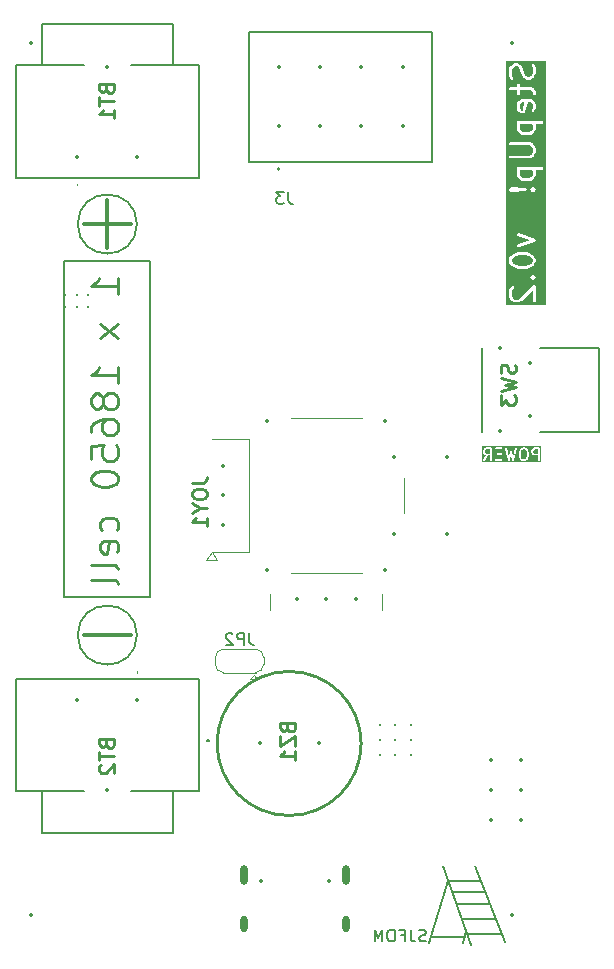
<source format=gbr>
%TF.GenerationSoftware,KiCad,Pcbnew,8.0.6*%
%TF.CreationDate,2024-10-28T23:36:15+00:00*%
%TF.ProjectId,StepUp,53746570-5570-42e6-9b69-6361645f7063,v0.1*%
%TF.SameCoordinates,Original*%
%TF.FileFunction,Legend,Bot*%
%TF.FilePolarity,Positive*%
%FSLAX46Y46*%
G04 Gerber Fmt 4.6, Leading zero omitted, Abs format (unit mm)*
G04 Created by KiCad (PCBNEW 8.0.6) date 2024-10-28 23:36:15*
%MOMM*%
%LPD*%
G01*
G04 APERTURE LIST*
%ADD10C,0.300000*%
%ADD11C,0.150000*%
%ADD12C,0.230000*%
%ADD13C,0.250000*%
%ADD14C,0.254000*%
%ADD15C,0.200000*%
%ADD16C,0.100000*%
%ADD17C,0.127000*%
%ADD18C,0.120000*%
%ADD19C,0.350000*%
%ADD20O,0.600000X1.700000*%
%ADD21O,0.600000X1.400000*%
%ADD22C,0.300000*%
G04 APERTURE END LIST*
D10*
X66158000Y-70420000D02*
X66158000Y-66420000D01*
D11*
X68658000Y-68420000D02*
G75*
G02*
X63658000Y-68420000I-2500000J0D01*
G01*
X63658000Y-68420000D02*
G75*
G02*
X68658000Y-68420000I2500000J0D01*
G01*
X96408000Y-128790000D02*
X93558000Y-128790000D01*
X95008000Y-124040000D02*
X97808000Y-124040000D01*
X99858000Y-129240000D02*
X97308000Y-122740000D01*
X68658000Y-103220000D02*
G75*
G02*
X63658000Y-103220000I-2500000J0D01*
G01*
X63658000Y-103220000D02*
G75*
G02*
X68658000Y-103220000I2500000J0D01*
G01*
X96558000Y-128265000D02*
X96258000Y-129315000D01*
X62533000Y-71520000D02*
X69783000Y-71520000D01*
X69783000Y-99970000D01*
X62533000Y-99970000D01*
X62533000Y-71520000D01*
X96158000Y-127240000D02*
X99058000Y-127240000D01*
D10*
X64158000Y-103220000D02*
X68158000Y-103220000D01*
X64158000Y-68420000D02*
X68158000Y-68420000D01*
D11*
X95758000Y-125990000D02*
X98558000Y-125990000D01*
X95008000Y-124040000D02*
X93408000Y-129290000D01*
X95408000Y-124990000D02*
X98208000Y-124990000D01*
X96933000Y-129465000D02*
X94558000Y-122740000D01*
X96658000Y-128490000D02*
X99558000Y-128490000D01*
D12*
X67105413Y-74323695D02*
X67105413Y-73009410D01*
X67105413Y-73666553D02*
X64805413Y-73666553D01*
X64805413Y-73666553D02*
X65133985Y-73447505D01*
X65133985Y-73447505D02*
X65353032Y-73228457D01*
X65353032Y-73228457D02*
X65462556Y-73009410D01*
X67105413Y-76842743D02*
X65572080Y-78047505D01*
X65572080Y-76842743D02*
X67105413Y-78047505D01*
X67105413Y-81880838D02*
X67105413Y-80566553D01*
X67105413Y-81223696D02*
X64805413Y-81223696D01*
X64805413Y-81223696D02*
X65133985Y-81004648D01*
X65133985Y-81004648D02*
X65353032Y-80785600D01*
X65353032Y-80785600D02*
X65462556Y-80566553D01*
X65791128Y-83195124D02*
X65681604Y-82976076D01*
X65681604Y-82976076D02*
X65572080Y-82866553D01*
X65572080Y-82866553D02*
X65353032Y-82757029D01*
X65353032Y-82757029D02*
X65243509Y-82757029D01*
X65243509Y-82757029D02*
X65024461Y-82866553D01*
X65024461Y-82866553D02*
X64914937Y-82976076D01*
X64914937Y-82976076D02*
X64805413Y-83195124D01*
X64805413Y-83195124D02*
X64805413Y-83633219D01*
X64805413Y-83633219D02*
X64914937Y-83852267D01*
X64914937Y-83852267D02*
X65024461Y-83961791D01*
X65024461Y-83961791D02*
X65243509Y-84071314D01*
X65243509Y-84071314D02*
X65353032Y-84071314D01*
X65353032Y-84071314D02*
X65572080Y-83961791D01*
X65572080Y-83961791D02*
X65681604Y-83852267D01*
X65681604Y-83852267D02*
X65791128Y-83633219D01*
X65791128Y-83633219D02*
X65791128Y-83195124D01*
X65791128Y-83195124D02*
X65900651Y-82976076D01*
X65900651Y-82976076D02*
X66010175Y-82866553D01*
X66010175Y-82866553D02*
X66229223Y-82757029D01*
X66229223Y-82757029D02*
X66667318Y-82757029D01*
X66667318Y-82757029D02*
X66886366Y-82866553D01*
X66886366Y-82866553D02*
X66995890Y-82976076D01*
X66995890Y-82976076D02*
X67105413Y-83195124D01*
X67105413Y-83195124D02*
X67105413Y-83633219D01*
X67105413Y-83633219D02*
X66995890Y-83852267D01*
X66995890Y-83852267D02*
X66886366Y-83961791D01*
X66886366Y-83961791D02*
X66667318Y-84071314D01*
X66667318Y-84071314D02*
X66229223Y-84071314D01*
X66229223Y-84071314D02*
X66010175Y-83961791D01*
X66010175Y-83961791D02*
X65900651Y-83852267D01*
X65900651Y-83852267D02*
X65791128Y-83633219D01*
X64805413Y-86042743D02*
X64805413Y-85604648D01*
X64805413Y-85604648D02*
X64914937Y-85385600D01*
X64914937Y-85385600D02*
X65024461Y-85276076D01*
X65024461Y-85276076D02*
X65353032Y-85057029D01*
X65353032Y-85057029D02*
X65791128Y-84947505D01*
X65791128Y-84947505D02*
X66667318Y-84947505D01*
X66667318Y-84947505D02*
X66886366Y-85057029D01*
X66886366Y-85057029D02*
X66995890Y-85166552D01*
X66995890Y-85166552D02*
X67105413Y-85385600D01*
X67105413Y-85385600D02*
X67105413Y-85823695D01*
X67105413Y-85823695D02*
X66995890Y-86042743D01*
X66995890Y-86042743D02*
X66886366Y-86152267D01*
X66886366Y-86152267D02*
X66667318Y-86261790D01*
X66667318Y-86261790D02*
X66119699Y-86261790D01*
X66119699Y-86261790D02*
X65900651Y-86152267D01*
X65900651Y-86152267D02*
X65791128Y-86042743D01*
X65791128Y-86042743D02*
X65681604Y-85823695D01*
X65681604Y-85823695D02*
X65681604Y-85385600D01*
X65681604Y-85385600D02*
X65791128Y-85166552D01*
X65791128Y-85166552D02*
X65900651Y-85057029D01*
X65900651Y-85057029D02*
X66119699Y-84947505D01*
X64805413Y-88342743D02*
X64805413Y-87247505D01*
X64805413Y-87247505D02*
X65900651Y-87137981D01*
X65900651Y-87137981D02*
X65791128Y-87247505D01*
X65791128Y-87247505D02*
X65681604Y-87466552D01*
X65681604Y-87466552D02*
X65681604Y-88014171D01*
X65681604Y-88014171D02*
X65791128Y-88233219D01*
X65791128Y-88233219D02*
X65900651Y-88342743D01*
X65900651Y-88342743D02*
X66119699Y-88452266D01*
X66119699Y-88452266D02*
X66667318Y-88452266D01*
X66667318Y-88452266D02*
X66886366Y-88342743D01*
X66886366Y-88342743D02*
X66995890Y-88233219D01*
X66995890Y-88233219D02*
X67105413Y-88014171D01*
X67105413Y-88014171D02*
X67105413Y-87466552D01*
X67105413Y-87466552D02*
X66995890Y-87247505D01*
X66995890Y-87247505D02*
X66886366Y-87137981D01*
X64805413Y-89876076D02*
X64805413Y-90095123D01*
X64805413Y-90095123D02*
X64914937Y-90314171D01*
X64914937Y-90314171D02*
X65024461Y-90423695D01*
X65024461Y-90423695D02*
X65243509Y-90533219D01*
X65243509Y-90533219D02*
X65681604Y-90642742D01*
X65681604Y-90642742D02*
X66229223Y-90642742D01*
X66229223Y-90642742D02*
X66667318Y-90533219D01*
X66667318Y-90533219D02*
X66886366Y-90423695D01*
X66886366Y-90423695D02*
X66995890Y-90314171D01*
X66995890Y-90314171D02*
X67105413Y-90095123D01*
X67105413Y-90095123D02*
X67105413Y-89876076D01*
X67105413Y-89876076D02*
X66995890Y-89657028D01*
X66995890Y-89657028D02*
X66886366Y-89547504D01*
X66886366Y-89547504D02*
X66667318Y-89437981D01*
X66667318Y-89437981D02*
X66229223Y-89328457D01*
X66229223Y-89328457D02*
X65681604Y-89328457D01*
X65681604Y-89328457D02*
X65243509Y-89437981D01*
X65243509Y-89437981D02*
X65024461Y-89547504D01*
X65024461Y-89547504D02*
X64914937Y-89657028D01*
X64914937Y-89657028D02*
X64805413Y-89876076D01*
X66995890Y-94366552D02*
X67105413Y-94147504D01*
X67105413Y-94147504D02*
X67105413Y-93709409D01*
X67105413Y-93709409D02*
X66995890Y-93490361D01*
X66995890Y-93490361D02*
X66886366Y-93380838D01*
X66886366Y-93380838D02*
X66667318Y-93271314D01*
X66667318Y-93271314D02*
X66010175Y-93271314D01*
X66010175Y-93271314D02*
X65791128Y-93380838D01*
X65791128Y-93380838D02*
X65681604Y-93490361D01*
X65681604Y-93490361D02*
X65572080Y-93709409D01*
X65572080Y-93709409D02*
X65572080Y-94147504D01*
X65572080Y-94147504D02*
X65681604Y-94366552D01*
X66995890Y-96228457D02*
X67105413Y-96009409D01*
X67105413Y-96009409D02*
X67105413Y-95571314D01*
X67105413Y-95571314D02*
X66995890Y-95352267D01*
X66995890Y-95352267D02*
X66776842Y-95242743D01*
X66776842Y-95242743D02*
X65900651Y-95242743D01*
X65900651Y-95242743D02*
X65681604Y-95352267D01*
X65681604Y-95352267D02*
X65572080Y-95571314D01*
X65572080Y-95571314D02*
X65572080Y-96009409D01*
X65572080Y-96009409D02*
X65681604Y-96228457D01*
X65681604Y-96228457D02*
X65900651Y-96337981D01*
X65900651Y-96337981D02*
X66119699Y-96337981D01*
X66119699Y-96337981D02*
X66338747Y-95242743D01*
X67105413Y-97652267D02*
X66995890Y-97433219D01*
X66995890Y-97433219D02*
X66776842Y-97323696D01*
X66776842Y-97323696D02*
X64805413Y-97323696D01*
X67105413Y-98857029D02*
X66995890Y-98637981D01*
X66995890Y-98637981D02*
X66776842Y-98528458D01*
X66776842Y-98528458D02*
X64805413Y-98528458D01*
D11*
G36*
X101577858Y-87519077D02*
G01*
X101649800Y-87591019D01*
X101690142Y-87752386D01*
X101690142Y-88067251D01*
X101649800Y-88228617D01*
X101577857Y-88300561D01*
X101509342Y-88334819D01*
X101354276Y-88334819D01*
X101285760Y-88300561D01*
X101213817Y-88228617D01*
X101173476Y-88067251D01*
X101173476Y-87752386D01*
X101213817Y-87591019D01*
X101285760Y-87519077D01*
X101354276Y-87484819D01*
X101509342Y-87484819D01*
X101577858Y-87519077D01*
G37*
G36*
X98547285Y-87858628D02*
G01*
X98259038Y-87858628D01*
X98190522Y-87824370D01*
X98160115Y-87793963D01*
X98125857Y-87725447D01*
X98125857Y-87618000D01*
X98160115Y-87549484D01*
X98190522Y-87519077D01*
X98259038Y-87484819D01*
X98547285Y-87484819D01*
X98547285Y-87858628D01*
G37*
G36*
X102642523Y-87858628D02*
G01*
X102354276Y-87858628D01*
X102285760Y-87824370D01*
X102255353Y-87793963D01*
X102221095Y-87725447D01*
X102221095Y-87618000D01*
X102255353Y-87549484D01*
X102285760Y-87519077D01*
X102354276Y-87484819D01*
X102642523Y-87484819D01*
X102642523Y-87858628D01*
G37*
G36*
X102903634Y-88595930D02*
G01*
X97864746Y-88595930D01*
X97864746Y-87600295D01*
X97975857Y-87600295D01*
X97975857Y-87743152D01*
X97977298Y-87757784D01*
X97978329Y-87760273D01*
X97978520Y-87762961D01*
X97983775Y-87776693D01*
X98031394Y-87871931D01*
X98035358Y-87878230D01*
X98036116Y-87880058D01*
X98037804Y-87882114D01*
X98039226Y-87884374D01*
X98040724Y-87885673D01*
X98045443Y-87891423D01*
X98093062Y-87939042D01*
X98098811Y-87943760D01*
X98100111Y-87945259D01*
X98102370Y-87946680D01*
X98104427Y-87948369D01*
X98106254Y-87949126D01*
X98112554Y-87953091D01*
X98207792Y-88000710D01*
X98221523Y-88005965D01*
X98224212Y-88006156D01*
X98226701Y-88007187D01*
X98240218Y-88008518D01*
X97989415Y-88366809D01*
X97982204Y-88379623D01*
X97975875Y-88408194D01*
X97980960Y-88437011D01*
X97996687Y-88461690D01*
X98020661Y-88478472D01*
X98049232Y-88484801D01*
X98078049Y-88479716D01*
X98102728Y-88463989D01*
X98112299Y-88452829D01*
X98423239Y-88008628D01*
X98547285Y-88008628D01*
X98547285Y-88409819D01*
X98548726Y-88424451D01*
X98559925Y-88451487D01*
X98580617Y-88472179D01*
X98607653Y-88483378D01*
X98636917Y-88483378D01*
X98663953Y-88472179D01*
X98684645Y-88451487D01*
X98695844Y-88424451D01*
X98697285Y-88409819D01*
X98697285Y-87409819D01*
X98695844Y-87395187D01*
X98977298Y-87395187D01*
X98977298Y-87424451D01*
X98988497Y-87451487D01*
X99009189Y-87472179D01*
X99036225Y-87483378D01*
X99050857Y-87484819D01*
X99452047Y-87484819D01*
X99452047Y-87811009D01*
X99193714Y-87811009D01*
X99179082Y-87812450D01*
X99152046Y-87823649D01*
X99131354Y-87844341D01*
X99120155Y-87871377D01*
X99120155Y-87900641D01*
X99131354Y-87927677D01*
X99152046Y-87948369D01*
X99179082Y-87959568D01*
X99193714Y-87961009D01*
X99452047Y-87961009D01*
X99452047Y-88334819D01*
X99050857Y-88334819D01*
X99036225Y-88336260D01*
X99009189Y-88347459D01*
X98988497Y-88368151D01*
X98977298Y-88395187D01*
X98977298Y-88424451D01*
X98988497Y-88451487D01*
X99009189Y-88472179D01*
X99036225Y-88483378D01*
X99050857Y-88484819D01*
X99527047Y-88484819D01*
X99541679Y-88483378D01*
X99568715Y-88472179D01*
X99589407Y-88451487D01*
X99600606Y-88424451D01*
X99602047Y-88409819D01*
X99602047Y-87412623D01*
X99833052Y-87412623D01*
X99835040Y-87427191D01*
X100073135Y-88427191D01*
X100074864Y-88432210D01*
X100075104Y-88434012D01*
X100076046Y-88435640D01*
X100077925Y-88441091D01*
X100084311Y-88449915D01*
X100089766Y-88459337D01*
X100092823Y-88461677D01*
X100095082Y-88464798D01*
X100104357Y-88470505D01*
X100113004Y-88477124D01*
X100116724Y-88478116D01*
X100120004Y-88480134D01*
X100130758Y-88481858D01*
X100141280Y-88484664D01*
X100145095Y-88484157D01*
X100148899Y-88484767D01*
X100159497Y-88482243D01*
X100170288Y-88480810D01*
X100173619Y-88478881D01*
X100177367Y-88477989D01*
X100186191Y-88471602D01*
X100195613Y-88466148D01*
X100197953Y-88463090D01*
X100201074Y-88460832D01*
X100206781Y-88451556D01*
X100213400Y-88442910D01*
X100215425Y-88437510D01*
X100216410Y-88435910D01*
X100216697Y-88434118D01*
X100218563Y-88429144D01*
X100336570Y-87986613D01*
X100454579Y-88429144D01*
X100456444Y-88434119D01*
X100456732Y-88435910D01*
X100457716Y-88437509D01*
X100459742Y-88442911D01*
X100466362Y-88451559D01*
X100472068Y-88460832D01*
X100475188Y-88463090D01*
X100477529Y-88466148D01*
X100486950Y-88471602D01*
X100495775Y-88477989D01*
X100499522Y-88478881D01*
X100502854Y-88480810D01*
X100513647Y-88482244D01*
X100524243Y-88484767D01*
X100528044Y-88484157D01*
X100531863Y-88484665D01*
X100542394Y-88481856D01*
X100553138Y-88480134D01*
X100556414Y-88478118D01*
X100560138Y-88477125D01*
X100568788Y-88470503D01*
X100578060Y-88464798D01*
X100580318Y-88461677D01*
X100583376Y-88459337D01*
X100588831Y-88449914D01*
X100595217Y-88441091D01*
X100597094Y-88435642D01*
X100598038Y-88434013D01*
X100598277Y-88432209D01*
X100600007Y-88427191D01*
X100762873Y-87743152D01*
X101023476Y-87743152D01*
X101023476Y-88076485D01*
X101023727Y-88079038D01*
X101023565Y-88080131D01*
X101024374Y-88085604D01*
X101024917Y-88091117D01*
X101025339Y-88092138D01*
X101025715Y-88094675D01*
X101073334Y-88285151D01*
X101078281Y-88298997D01*
X101081600Y-88303476D01*
X101083734Y-88308628D01*
X101093062Y-88319994D01*
X101188300Y-88415233D01*
X101194050Y-88419953D01*
X101195349Y-88421450D01*
X101197603Y-88422869D01*
X101199665Y-88424561D01*
X101201497Y-88425319D01*
X101207792Y-88429282D01*
X101303030Y-88476901D01*
X101316761Y-88482156D01*
X101319450Y-88482347D01*
X101321939Y-88483378D01*
X101336571Y-88484819D01*
X101527047Y-88484819D01*
X101541679Y-88483378D01*
X101544168Y-88482346D01*
X101546856Y-88482156D01*
X101560588Y-88476901D01*
X101655826Y-88429282D01*
X101662125Y-88425317D01*
X101663953Y-88424560D01*
X101666009Y-88422871D01*
X101668269Y-88421450D01*
X101669568Y-88419951D01*
X101675318Y-88415233D01*
X101770557Y-88319993D01*
X101779884Y-88308628D01*
X101782017Y-88303476D01*
X101785337Y-88298997D01*
X101790284Y-88285151D01*
X101837903Y-88094675D01*
X101838278Y-88092138D01*
X101838701Y-88091117D01*
X101839243Y-88085604D01*
X101840053Y-88080131D01*
X101839890Y-88079038D01*
X101840142Y-88076485D01*
X101840142Y-87743152D01*
X101839890Y-87740598D01*
X101840053Y-87739506D01*
X101839243Y-87734032D01*
X101838701Y-87728520D01*
X101838278Y-87727498D01*
X101837903Y-87724962D01*
X101806736Y-87600295D01*
X102071095Y-87600295D01*
X102071095Y-87743152D01*
X102072536Y-87757784D01*
X102073567Y-87760273D01*
X102073758Y-87762961D01*
X102079013Y-87776693D01*
X102126632Y-87871931D01*
X102130596Y-87878230D01*
X102131354Y-87880058D01*
X102133042Y-87882114D01*
X102134464Y-87884374D01*
X102135962Y-87885673D01*
X102140681Y-87891423D01*
X102188300Y-87939042D01*
X102194049Y-87943760D01*
X102195349Y-87945259D01*
X102197608Y-87946680D01*
X102199665Y-87948369D01*
X102201492Y-87949126D01*
X102207792Y-87953091D01*
X102303030Y-88000710D01*
X102316761Y-88005965D01*
X102319450Y-88006156D01*
X102321939Y-88007187D01*
X102336571Y-88008628D01*
X102642523Y-88008628D01*
X102642523Y-88409819D01*
X102643964Y-88424451D01*
X102655163Y-88451487D01*
X102675855Y-88472179D01*
X102702891Y-88483378D01*
X102732155Y-88483378D01*
X102759191Y-88472179D01*
X102779883Y-88451487D01*
X102791082Y-88424451D01*
X102792523Y-88409819D01*
X102792523Y-87409819D01*
X102791082Y-87395187D01*
X102779883Y-87368151D01*
X102759191Y-87347459D01*
X102732155Y-87336260D01*
X102717523Y-87334819D01*
X102336571Y-87334819D01*
X102321939Y-87336260D01*
X102319450Y-87337290D01*
X102316761Y-87337482D01*
X102303030Y-87342737D01*
X102207792Y-87390356D01*
X102201492Y-87394320D01*
X102199665Y-87395078D01*
X102197608Y-87396766D01*
X102195349Y-87398188D01*
X102194049Y-87399686D01*
X102188300Y-87404405D01*
X102140681Y-87452024D01*
X102135962Y-87457773D01*
X102134464Y-87459073D01*
X102133042Y-87461332D01*
X102131354Y-87463389D01*
X102130596Y-87465216D01*
X102126632Y-87471516D01*
X102079013Y-87566754D01*
X102073758Y-87580486D01*
X102073567Y-87583173D01*
X102072536Y-87585663D01*
X102071095Y-87600295D01*
X101806736Y-87600295D01*
X101790284Y-87534486D01*
X101785337Y-87520640D01*
X101782018Y-87516161D01*
X101779884Y-87511008D01*
X101770556Y-87499643D01*
X101675318Y-87404405D01*
X101669568Y-87399686D01*
X101668269Y-87398188D01*
X101666009Y-87396766D01*
X101663953Y-87395078D01*
X101662125Y-87394320D01*
X101655826Y-87390356D01*
X101560588Y-87342737D01*
X101546856Y-87337482D01*
X101544168Y-87337291D01*
X101541679Y-87336260D01*
X101527047Y-87334819D01*
X101336571Y-87334819D01*
X101321939Y-87336260D01*
X101319450Y-87337290D01*
X101316761Y-87337482D01*
X101303030Y-87342737D01*
X101207792Y-87390356D01*
X101201497Y-87394318D01*
X101199665Y-87395077D01*
X101197603Y-87396768D01*
X101195349Y-87398188D01*
X101194050Y-87399684D01*
X101188300Y-87404405D01*
X101093062Y-87499643D01*
X101083735Y-87511008D01*
X101081601Y-87516158D01*
X101078281Y-87520640D01*
X101073334Y-87534486D01*
X101025715Y-87724962D01*
X101025339Y-87727498D01*
X101024917Y-87728520D01*
X101024374Y-87734032D01*
X101023565Y-87739506D01*
X101023727Y-87740598D01*
X101023476Y-87743152D01*
X100762873Y-87743152D01*
X100838102Y-87427190D01*
X100840090Y-87412623D01*
X100835457Y-87383728D01*
X100820121Y-87358806D01*
X100796414Y-87341649D01*
X100767946Y-87334871D01*
X100739051Y-87339504D01*
X100714129Y-87354840D01*
X100696972Y-87378547D01*
X100692182Y-87392447D01*
X100522930Y-88103303D01*
X100409039Y-87676208D01*
X100407753Y-87672780D01*
X100407562Y-87671339D01*
X100406570Y-87669626D01*
X100403876Y-87662442D01*
X100397861Y-87654583D01*
X100392900Y-87646015D01*
X100389041Y-87643061D01*
X100386089Y-87639204D01*
X100377524Y-87634245D01*
X100369662Y-87628227D01*
X100364965Y-87626974D01*
X100360764Y-87624542D01*
X100350957Y-87623239D01*
X100341387Y-87620687D01*
X100336568Y-87621327D01*
X100331756Y-87620688D01*
X100322195Y-87623237D01*
X100312378Y-87624542D01*
X100308172Y-87626976D01*
X100303480Y-87628228D01*
X100295620Y-87634243D01*
X100287053Y-87639204D01*
X100284099Y-87643062D01*
X100280242Y-87646015D01*
X100275283Y-87654580D01*
X100269266Y-87662441D01*
X100266569Y-87669630D01*
X100265580Y-87671340D01*
X100265388Y-87672779D01*
X100264103Y-87676208D01*
X100150211Y-88103303D01*
X99980960Y-87392447D01*
X99976170Y-87378547D01*
X99959013Y-87354840D01*
X99934091Y-87339504D01*
X99905196Y-87334871D01*
X99876728Y-87341649D01*
X99853021Y-87358806D01*
X99837685Y-87383728D01*
X99833052Y-87412623D01*
X99602047Y-87412623D01*
X99602047Y-87409819D01*
X99600606Y-87395187D01*
X99589407Y-87368151D01*
X99568715Y-87347459D01*
X99541679Y-87336260D01*
X99527047Y-87334819D01*
X99050857Y-87334819D01*
X99036225Y-87336260D01*
X99009189Y-87347459D01*
X98988497Y-87368151D01*
X98977298Y-87395187D01*
X98695844Y-87395187D01*
X98684645Y-87368151D01*
X98663953Y-87347459D01*
X98636917Y-87336260D01*
X98622285Y-87334819D01*
X98241333Y-87334819D01*
X98226701Y-87336260D01*
X98224212Y-87337290D01*
X98221523Y-87337482D01*
X98207792Y-87342737D01*
X98112554Y-87390356D01*
X98106254Y-87394320D01*
X98104427Y-87395078D01*
X98102370Y-87396766D01*
X98100111Y-87398188D01*
X98098811Y-87399686D01*
X98093062Y-87404405D01*
X98045443Y-87452024D01*
X98040724Y-87457773D01*
X98039226Y-87459073D01*
X98037804Y-87461332D01*
X98036116Y-87463389D01*
X98035358Y-87465216D01*
X98031394Y-87471516D01*
X97983775Y-87566754D01*
X97978520Y-87580486D01*
X97978329Y-87583173D01*
X97977298Y-87585663D01*
X97975857Y-87600295D01*
X97864746Y-87600295D01*
X97864746Y-87223708D01*
X102903634Y-87223708D01*
X102903634Y-88595930D01*
G37*
X93118839Y-129112200D02*
X92975982Y-129159819D01*
X92975982Y-129159819D02*
X92737887Y-129159819D01*
X92737887Y-129159819D02*
X92642649Y-129112200D01*
X92642649Y-129112200D02*
X92595030Y-129064580D01*
X92595030Y-129064580D02*
X92547411Y-128969342D01*
X92547411Y-128969342D02*
X92547411Y-128874104D01*
X92547411Y-128874104D02*
X92595030Y-128778866D01*
X92595030Y-128778866D02*
X92642649Y-128731247D01*
X92642649Y-128731247D02*
X92737887Y-128683628D01*
X92737887Y-128683628D02*
X92928363Y-128636009D01*
X92928363Y-128636009D02*
X93023601Y-128588390D01*
X93023601Y-128588390D02*
X93071220Y-128540771D01*
X93071220Y-128540771D02*
X93118839Y-128445533D01*
X93118839Y-128445533D02*
X93118839Y-128350295D01*
X93118839Y-128350295D02*
X93071220Y-128255057D01*
X93071220Y-128255057D02*
X93023601Y-128207438D01*
X93023601Y-128207438D02*
X92928363Y-128159819D01*
X92928363Y-128159819D02*
X92690268Y-128159819D01*
X92690268Y-128159819D02*
X92547411Y-128207438D01*
X91833125Y-128159819D02*
X91833125Y-128874104D01*
X91833125Y-128874104D02*
X91880744Y-129016961D01*
X91880744Y-129016961D02*
X91975982Y-129112200D01*
X91975982Y-129112200D02*
X92118839Y-129159819D01*
X92118839Y-129159819D02*
X92214077Y-129159819D01*
X91023601Y-128636009D02*
X91356934Y-128636009D01*
X91356934Y-129159819D02*
X91356934Y-128159819D01*
X91356934Y-128159819D02*
X90880744Y-128159819D01*
X90309315Y-128159819D02*
X90118839Y-128159819D01*
X90118839Y-128159819D02*
X90023601Y-128207438D01*
X90023601Y-128207438D02*
X89928363Y-128302676D01*
X89928363Y-128302676D02*
X89880744Y-128493152D01*
X89880744Y-128493152D02*
X89880744Y-128826485D01*
X89880744Y-128826485D02*
X89928363Y-129016961D01*
X89928363Y-129016961D02*
X90023601Y-129112200D01*
X90023601Y-129112200D02*
X90118839Y-129159819D01*
X90118839Y-129159819D02*
X90309315Y-129159819D01*
X90309315Y-129159819D02*
X90404553Y-129112200D01*
X90404553Y-129112200D02*
X90499791Y-129016961D01*
X90499791Y-129016961D02*
X90547410Y-128826485D01*
X90547410Y-128826485D02*
X90547410Y-128493152D01*
X90547410Y-128493152D02*
X90499791Y-128302676D01*
X90499791Y-128302676D02*
X90404553Y-128207438D01*
X90404553Y-128207438D02*
X90309315Y-128159819D01*
X89452172Y-129159819D02*
X89452172Y-128159819D01*
X89452172Y-128159819D02*
X89118839Y-128874104D01*
X89118839Y-128874104D02*
X88785506Y-128159819D01*
X88785506Y-128159819D02*
X88785506Y-129159819D01*
D13*
G36*
X101875657Y-71148605D02*
G01*
X102035716Y-71228635D01*
X102102269Y-71295187D01*
X102175238Y-71441125D01*
X102175238Y-71572586D01*
X102102269Y-71718523D01*
X102035716Y-71785075D01*
X101875657Y-71865105D01*
X101522944Y-71953284D01*
X101077531Y-71953284D01*
X100724817Y-71865105D01*
X100564758Y-71785076D01*
X100498208Y-71718526D01*
X100425238Y-71572585D01*
X100425238Y-71441125D01*
X100498208Y-71295184D01*
X100564758Y-71228635D01*
X100724817Y-71148605D01*
X101077531Y-71060427D01*
X101522944Y-71060427D01*
X101875657Y-71148605D01*
G37*
G36*
X102175238Y-63917314D02*
G01*
X102175238Y-64239251D01*
X102102269Y-64385188D01*
X102035716Y-64451740D01*
X101889777Y-64524711D01*
X101377365Y-64524711D01*
X101231423Y-64451740D01*
X101164874Y-64385191D01*
X101091904Y-64239250D01*
X101091904Y-63917314D01*
X101139396Y-63822330D01*
X102127746Y-63822330D01*
X102175238Y-63917314D01*
G37*
G36*
X102175238Y-60012552D02*
G01*
X102175238Y-60334489D01*
X102102269Y-60480426D01*
X102035716Y-60546978D01*
X101889777Y-60619949D01*
X101377365Y-60619949D01*
X101231423Y-60546978D01*
X101164874Y-60480429D01*
X101091904Y-60334488D01*
X101091904Y-60012552D01*
X101139396Y-59917568D01*
X102127746Y-59917568D01*
X102175238Y-60012552D01*
G37*
G36*
X101340619Y-58810425D02*
G01*
X101282127Y-58810425D01*
X101155311Y-58747017D01*
X101091904Y-58620202D01*
X101091904Y-58298266D01*
X101155311Y-58171451D01*
X101282127Y-58108044D01*
X101481095Y-58108044D01*
X101340619Y-58810425D01*
G37*
G36*
X103311724Y-75282649D02*
G01*
X99953016Y-75282649D01*
X99953016Y-74078284D01*
X100175238Y-74078284D01*
X100175238Y-74554475D01*
X100177640Y-74578861D01*
X100179358Y-74583009D01*
X100179677Y-74587491D01*
X100188435Y-74610377D01*
X100283673Y-74800853D01*
X100290280Y-74811349D01*
X100291543Y-74814397D01*
X100294359Y-74817828D01*
X100296727Y-74821590D01*
X100299221Y-74823753D01*
X100307088Y-74833339D01*
X100402326Y-74928577D01*
X100411911Y-74936443D01*
X100414075Y-74938938D01*
X100417836Y-74941305D01*
X100421268Y-74944122D01*
X100424315Y-74945384D01*
X100434812Y-74951992D01*
X100625289Y-75047231D01*
X100648174Y-75055988D01*
X100652655Y-75056306D01*
X100656804Y-75058025D01*
X100681190Y-75060427D01*
X100871666Y-75060427D01*
X100884009Y-75059211D01*
X100887300Y-75059445D01*
X100891629Y-75058460D01*
X100896052Y-75058025D01*
X100899103Y-75056761D01*
X100911194Y-75054012D01*
X101196908Y-74958774D01*
X101219283Y-74948784D01*
X101222676Y-74945840D01*
X101226826Y-74944122D01*
X101245768Y-74928577D01*
X102175238Y-73999108D01*
X102175238Y-74935427D01*
X102177640Y-74959813D01*
X102196304Y-75004873D01*
X102230792Y-75039361D01*
X102275852Y-75058025D01*
X102324624Y-75058025D01*
X102369684Y-75039361D01*
X102404172Y-75004873D01*
X102422836Y-74959813D01*
X102425238Y-74935427D01*
X102425238Y-73697332D01*
X102422836Y-73672946D01*
X102421605Y-73669972D01*
X102404172Y-73627885D01*
X102369685Y-73593398D01*
X102324625Y-73574734D01*
X102275852Y-73574734D01*
X102230792Y-73593398D01*
X102211850Y-73608943D01*
X101089857Y-74730935D01*
X100851383Y-74810427D01*
X100710698Y-74810427D01*
X100564758Y-74737457D01*
X100498208Y-74670907D01*
X100425238Y-74524966D01*
X100425238Y-74107792D01*
X100498208Y-73961851D01*
X100579102Y-73880958D01*
X100594647Y-73862016D01*
X100613312Y-73816957D01*
X100613312Y-73768183D01*
X100594647Y-73723124D01*
X100560160Y-73688637D01*
X100515101Y-73669972D01*
X100466327Y-73669972D01*
X100421268Y-73688637D01*
X100402326Y-73704182D01*
X100307088Y-73799420D01*
X100299221Y-73809005D01*
X100296727Y-73811169D01*
X100294359Y-73814930D01*
X100291543Y-73818362D01*
X100290280Y-73821409D01*
X100283673Y-73831906D01*
X100188435Y-74022382D01*
X100179677Y-74045268D01*
X100179358Y-74049749D01*
X100177640Y-74053898D01*
X100175238Y-74078284D01*
X99953016Y-74078284D01*
X99953016Y-72911041D01*
X101987163Y-72911041D01*
X101987163Y-72959813D01*
X102005827Y-73004873D01*
X102005828Y-73004874D01*
X102021373Y-73023816D01*
X102116612Y-73119054D01*
X102135554Y-73134599D01*
X102180614Y-73153264D01*
X102229388Y-73153263D01*
X102274447Y-73134598D01*
X102274451Y-73134593D01*
X102293388Y-73119053D01*
X102388626Y-73023815D01*
X102404166Y-73004878D01*
X102404172Y-73004873D01*
X102422836Y-72959813D01*
X102422836Y-72911041D01*
X102404172Y-72865981D01*
X102404166Y-72865975D01*
X102388626Y-72847039D01*
X102293388Y-72751801D01*
X102274451Y-72736260D01*
X102274447Y-72736256D01*
X102229388Y-72717591D01*
X102180614Y-72717590D01*
X102135554Y-72736255D01*
X102116612Y-72751800D01*
X102021373Y-72847038D01*
X102005828Y-72865980D01*
X102005827Y-72865981D01*
X101987163Y-72911041D01*
X99953016Y-72911041D01*
X99953016Y-71411617D01*
X100175238Y-71411617D01*
X100175238Y-71602094D01*
X100177640Y-71626480D01*
X100179358Y-71630628D01*
X100179677Y-71635110D01*
X100188435Y-71657996D01*
X100283673Y-71848472D01*
X100290280Y-71858968D01*
X100291543Y-71862016D01*
X100294359Y-71865447D01*
X100296727Y-71869209D01*
X100299221Y-71871372D01*
X100307088Y-71880958D01*
X100402326Y-71976196D01*
X100411911Y-71984062D01*
X100414075Y-71986557D01*
X100417836Y-71988924D01*
X100421268Y-71991741D01*
X100424315Y-71993003D01*
X100434812Y-71999611D01*
X100625289Y-72094850D01*
X100627075Y-72095533D01*
X100627798Y-72096069D01*
X100638016Y-72099720D01*
X100648174Y-72103607D01*
X100649073Y-72103670D01*
X100650873Y-72104314D01*
X101031825Y-72199552D01*
X101036054Y-72200177D01*
X101037756Y-72200882D01*
X101046935Y-72201786D01*
X101056065Y-72203136D01*
X101057887Y-72202864D01*
X101062142Y-72203284D01*
X101538333Y-72203284D01*
X101542587Y-72202864D01*
X101544409Y-72203136D01*
X101553537Y-72201786D01*
X101562719Y-72200882D01*
X101564420Y-72200177D01*
X101568650Y-72199552D01*
X101949602Y-72104314D01*
X101951401Y-72103670D01*
X101952301Y-72103607D01*
X101962447Y-72099724D01*
X101972677Y-72096069D01*
X101973401Y-72095532D01*
X101975187Y-72094849D01*
X102165663Y-71999611D01*
X102176155Y-71993005D01*
X102179207Y-71991742D01*
X102182643Y-71988921D01*
X102186400Y-71986557D01*
X102188560Y-71984065D01*
X102198149Y-71976197D01*
X102293388Y-71880959D01*
X102301257Y-71871370D01*
X102303749Y-71869209D01*
X102306114Y-71865451D01*
X102308933Y-71862017D01*
X102310196Y-71858966D01*
X102316803Y-71848472D01*
X102412042Y-71657995D01*
X102420799Y-71635110D01*
X102421117Y-71630628D01*
X102422836Y-71626480D01*
X102425238Y-71602094D01*
X102425238Y-71411617D01*
X102422836Y-71387231D01*
X102421117Y-71383082D01*
X102420799Y-71378601D01*
X102412042Y-71355716D01*
X102316803Y-71165239D01*
X102310196Y-71154744D01*
X102308933Y-71151694D01*
X102306114Y-71148259D01*
X102303749Y-71144502D01*
X102301257Y-71142340D01*
X102293388Y-71132752D01*
X102198149Y-71037514D01*
X102188560Y-71029645D01*
X102186400Y-71027154D01*
X102182643Y-71024789D01*
X102179207Y-71021969D01*
X102176155Y-71020705D01*
X102165663Y-71014100D01*
X101975187Y-70918862D01*
X101973401Y-70918178D01*
X101972677Y-70917642D01*
X101962447Y-70913986D01*
X101952301Y-70910104D01*
X101951401Y-70910040D01*
X101949602Y-70909397D01*
X101568650Y-70814159D01*
X101564420Y-70813533D01*
X101562719Y-70812829D01*
X101553537Y-70811924D01*
X101544409Y-70810575D01*
X101542587Y-70810846D01*
X101538333Y-70810427D01*
X101062142Y-70810427D01*
X101057887Y-70810846D01*
X101056065Y-70810575D01*
X101046935Y-70811924D01*
X101037756Y-70812829D01*
X101036054Y-70813533D01*
X101031825Y-70814159D01*
X100650873Y-70909397D01*
X100649073Y-70910040D01*
X100648174Y-70910104D01*
X100638016Y-70913990D01*
X100627798Y-70917642D01*
X100627075Y-70918177D01*
X100625289Y-70918861D01*
X100434812Y-71014100D01*
X100424315Y-71020707D01*
X100421268Y-71021970D01*
X100417836Y-71024786D01*
X100414075Y-71027154D01*
X100411911Y-71029648D01*
X100402326Y-71037515D01*
X100307088Y-71132753D01*
X100299221Y-71142338D01*
X100296727Y-71144502D01*
X100294359Y-71148263D01*
X100291543Y-71151695D01*
X100290280Y-71154742D01*
X100283673Y-71165239D01*
X100188435Y-71355715D01*
X100179677Y-71378601D01*
X100179358Y-71383082D01*
X100177640Y-71387231D01*
X100175238Y-71411617D01*
X99953016Y-71411617D01*
X99953016Y-69298110D01*
X100843246Y-69298110D01*
X100845668Y-69346822D01*
X100866547Y-69390901D01*
X100902705Y-69423633D01*
X100924862Y-69434097D01*
X101928585Y-69792569D01*
X100924862Y-70151042D01*
X100902704Y-70161506D01*
X100866547Y-70194238D01*
X100845668Y-70238317D01*
X100843246Y-70287029D01*
X100859650Y-70332960D01*
X100892382Y-70369117D01*
X100936461Y-70389996D01*
X100985173Y-70392418D01*
X101008946Y-70386478D01*
X102342280Y-69910287D01*
X102364438Y-69899823D01*
X102369089Y-69895611D01*
X102374760Y-69892926D01*
X102387035Y-69879366D01*
X102400595Y-69867091D01*
X102403280Y-69861420D01*
X102407492Y-69856769D01*
X102413645Y-69839539D01*
X102421474Y-69823012D01*
X102421785Y-69816747D01*
X102423896Y-69810838D01*
X102422987Y-69792565D01*
X102423896Y-69774300D01*
X102421786Y-69768393D01*
X102421475Y-69762126D01*
X102413643Y-69745593D01*
X102407492Y-69728369D01*
X102403281Y-69723717D01*
X102400595Y-69718047D01*
X102387035Y-69705771D01*
X102374760Y-69692212D01*
X102369089Y-69689526D01*
X102364438Y-69685315D01*
X102342280Y-69674851D01*
X101008946Y-69198661D01*
X100985173Y-69192721D01*
X100936461Y-69195143D01*
X100892382Y-69216022D01*
X100859650Y-69252180D01*
X100843246Y-69298110D01*
X99953016Y-69298110D01*
X99953016Y-65482468D01*
X100177640Y-65482468D01*
X100177640Y-65531240D01*
X100196304Y-65576300D01*
X100196309Y-65576305D01*
X100211850Y-65595242D01*
X100307088Y-65690480D01*
X100326030Y-65706025D01*
X100330885Y-65708036D01*
X100334901Y-65711434D01*
X100353274Y-65717310D01*
X100371089Y-65724690D01*
X100376346Y-65724690D01*
X100381355Y-65726292D01*
X100405857Y-65726660D01*
X101548713Y-65631422D01*
X101550565Y-65631082D01*
X101552453Y-65631054D01*
X101554780Y-65630309D01*
X101555672Y-65630146D01*
X101562719Y-65629452D01*
X101565308Y-65628379D01*
X101572816Y-65627003D01*
X101585410Y-65620512D01*
X101598907Y-65616196D01*
X101602919Y-65612800D01*
X101607779Y-65610788D01*
X101611496Y-65607070D01*
X101616170Y-65604662D01*
X101625325Y-65593841D01*
X101636140Y-65584691D01*
X101638547Y-65580019D01*
X101642267Y-65576300D01*
X101644279Y-65571442D01*
X101647675Y-65567429D01*
X101651992Y-65553930D01*
X101658482Y-65541337D01*
X101658918Y-65536098D01*
X101660931Y-65531240D01*
X101660931Y-65525980D01*
X101662532Y-65520975D01*
X101661355Y-65506854D01*
X101662532Y-65492733D01*
X101660931Y-65487727D01*
X101660931Y-65482468D01*
X101987163Y-65482468D01*
X101987163Y-65531240D01*
X102005827Y-65576300D01*
X102005828Y-65576301D01*
X102021373Y-65595243D01*
X102116612Y-65690481D01*
X102135554Y-65706026D01*
X102180614Y-65724691D01*
X102229388Y-65724690D01*
X102274447Y-65706025D01*
X102274451Y-65706020D01*
X102293388Y-65690480D01*
X102388626Y-65595242D01*
X102404166Y-65576305D01*
X102404172Y-65576300D01*
X102422836Y-65531240D01*
X102422836Y-65482468D01*
X102404172Y-65437408D01*
X102404166Y-65437402D01*
X102388626Y-65418466D01*
X102293388Y-65323228D01*
X102274451Y-65307687D01*
X102274447Y-65307683D01*
X102229388Y-65289018D01*
X102180614Y-65289017D01*
X102135554Y-65307682D01*
X102116612Y-65323227D01*
X102021373Y-65418465D01*
X102005828Y-65437407D01*
X102005827Y-65437408D01*
X101987163Y-65482468D01*
X101660931Y-65482468D01*
X101658918Y-65477609D01*
X101658482Y-65472371D01*
X101651992Y-65459777D01*
X101647675Y-65446279D01*
X101644279Y-65442265D01*
X101642267Y-65437408D01*
X101638547Y-65433688D01*
X101636140Y-65429017D01*
X101625325Y-65419866D01*
X101616170Y-65409046D01*
X101611496Y-65406637D01*
X101607779Y-65402920D01*
X101602919Y-65400907D01*
X101598907Y-65397512D01*
X101585410Y-65393195D01*
X101572816Y-65386705D01*
X101565308Y-65385328D01*
X101562719Y-65384256D01*
X101555672Y-65383561D01*
X101554780Y-65383398D01*
X101552453Y-65382654D01*
X101550565Y-65382625D01*
X101548713Y-65382286D01*
X100405857Y-65287048D01*
X100381355Y-65287416D01*
X100376346Y-65289018D01*
X100371089Y-65289018D01*
X100353274Y-65296397D01*
X100334901Y-65302274D01*
X100330885Y-65305671D01*
X100326030Y-65307683D01*
X100307088Y-65323228D01*
X100211850Y-65418466D01*
X100196309Y-65437402D01*
X100196304Y-65437408D01*
X100177640Y-65482468D01*
X99953016Y-65482468D01*
X99953016Y-63887806D01*
X100841904Y-63887806D01*
X100841904Y-64268759D01*
X100844306Y-64293145D01*
X100846024Y-64297293D01*
X100846343Y-64301775D01*
X100855101Y-64324661D01*
X100950339Y-64515137D01*
X100956946Y-64525633D01*
X100958209Y-64528681D01*
X100961025Y-64532112D01*
X100963393Y-64535874D01*
X100965887Y-64538037D01*
X100973754Y-64547623D01*
X101068992Y-64642861D01*
X101078577Y-64650727D01*
X101080741Y-64653222D01*
X101084502Y-64655590D01*
X101087934Y-64658406D01*
X101090980Y-64659667D01*
X101101479Y-64666277D01*
X101291956Y-64761515D01*
X101314842Y-64770272D01*
X101319321Y-64770590D01*
X101323471Y-64772309D01*
X101347857Y-64774711D01*
X101919285Y-64774711D01*
X101943671Y-64772309D01*
X101947819Y-64770590D01*
X101952301Y-64770272D01*
X101975187Y-64761514D01*
X102165663Y-64666276D01*
X102176155Y-64659670D01*
X102179207Y-64658407D01*
X102182643Y-64655586D01*
X102186400Y-64653222D01*
X102188560Y-64650730D01*
X102198149Y-64642862D01*
X102293388Y-64547624D01*
X102301257Y-64538035D01*
X102303749Y-64535874D01*
X102306114Y-64532116D01*
X102308933Y-64528682D01*
X102310196Y-64525631D01*
X102316803Y-64515137D01*
X102412042Y-64324660D01*
X102420799Y-64301775D01*
X102421117Y-64297293D01*
X102422836Y-64293145D01*
X102425238Y-64268759D01*
X102425238Y-63887806D01*
X102422836Y-63863420D01*
X102421117Y-63859271D01*
X102420799Y-63854790D01*
X102412042Y-63831905D01*
X102407254Y-63822330D01*
X102966904Y-63822330D01*
X102991290Y-63819928D01*
X103036350Y-63801264D01*
X103070838Y-63766776D01*
X103089502Y-63721716D01*
X103089502Y-63672944D01*
X103070838Y-63627884D01*
X103036350Y-63593396D01*
X102991290Y-63574732D01*
X102966904Y-63572330D01*
X100966904Y-63572330D01*
X100942518Y-63574732D01*
X100897458Y-63593396D01*
X100862970Y-63627884D01*
X100844306Y-63672944D01*
X100844306Y-63721716D01*
X100862970Y-63766776D01*
X100879433Y-63783239D01*
X100855101Y-63831904D01*
X100846343Y-63854790D01*
X100846024Y-63859271D01*
X100844306Y-63863420D01*
X100841904Y-63887806D01*
X99953016Y-63887806D01*
X99953016Y-61577706D01*
X100177640Y-61577706D01*
X100177640Y-61626478D01*
X100196304Y-61671538D01*
X100230792Y-61706026D01*
X100275852Y-61724690D01*
X100300238Y-61727092D01*
X101889777Y-61727092D01*
X102035716Y-61800062D01*
X102102269Y-61866614D01*
X102175238Y-62012552D01*
X102175238Y-62334489D01*
X102102269Y-62480426D01*
X102035716Y-62546978D01*
X101889777Y-62619949D01*
X100300238Y-62619949D01*
X100275852Y-62622351D01*
X100230792Y-62641015D01*
X100196304Y-62675503D01*
X100177640Y-62720563D01*
X100177640Y-62769335D01*
X100196304Y-62814395D01*
X100230792Y-62848883D01*
X100275852Y-62867547D01*
X100300238Y-62869949D01*
X101919285Y-62869949D01*
X101943671Y-62867547D01*
X101947819Y-62865828D01*
X101952301Y-62865510D01*
X101975187Y-62856752D01*
X102165663Y-62761514D01*
X102176155Y-62754908D01*
X102179207Y-62753645D01*
X102182643Y-62750824D01*
X102186400Y-62748460D01*
X102188560Y-62745968D01*
X102198149Y-62738100D01*
X102293388Y-62642862D01*
X102301257Y-62633273D01*
X102303749Y-62631112D01*
X102306114Y-62627354D01*
X102308933Y-62623920D01*
X102310196Y-62620869D01*
X102316803Y-62610375D01*
X102412042Y-62419898D01*
X102420799Y-62397013D01*
X102421117Y-62392531D01*
X102422836Y-62388383D01*
X102425238Y-62363997D01*
X102425238Y-61983044D01*
X102422836Y-61958658D01*
X102421117Y-61954509D01*
X102420799Y-61950028D01*
X102412042Y-61927143D01*
X102316803Y-61736666D01*
X102310196Y-61726171D01*
X102308933Y-61723121D01*
X102306114Y-61719686D01*
X102303749Y-61715929D01*
X102301257Y-61713767D01*
X102293388Y-61704179D01*
X102198149Y-61608941D01*
X102188560Y-61601072D01*
X102186400Y-61598581D01*
X102182643Y-61596216D01*
X102179207Y-61593396D01*
X102176155Y-61592132D01*
X102165663Y-61585527D01*
X101975187Y-61490289D01*
X101952301Y-61481531D01*
X101947819Y-61481212D01*
X101943671Y-61479494D01*
X101919285Y-61477092D01*
X100300238Y-61477092D01*
X100275852Y-61479494D01*
X100230792Y-61498158D01*
X100196304Y-61532646D01*
X100177640Y-61577706D01*
X99953016Y-61577706D01*
X99953016Y-59983044D01*
X100841904Y-59983044D01*
X100841904Y-60363997D01*
X100844306Y-60388383D01*
X100846024Y-60392531D01*
X100846343Y-60397013D01*
X100855101Y-60419899D01*
X100950339Y-60610375D01*
X100956946Y-60620871D01*
X100958209Y-60623919D01*
X100961025Y-60627350D01*
X100963393Y-60631112D01*
X100965887Y-60633275D01*
X100973754Y-60642861D01*
X101068992Y-60738099D01*
X101078577Y-60745965D01*
X101080741Y-60748460D01*
X101084502Y-60750828D01*
X101087934Y-60753644D01*
X101090980Y-60754905D01*
X101101479Y-60761515D01*
X101291956Y-60856753D01*
X101314842Y-60865510D01*
X101319321Y-60865828D01*
X101323471Y-60867547D01*
X101347857Y-60869949D01*
X101919285Y-60869949D01*
X101943671Y-60867547D01*
X101947819Y-60865828D01*
X101952301Y-60865510D01*
X101975187Y-60856752D01*
X102165663Y-60761514D01*
X102176155Y-60754908D01*
X102179207Y-60753645D01*
X102182643Y-60750824D01*
X102186400Y-60748460D01*
X102188560Y-60745968D01*
X102198149Y-60738100D01*
X102293388Y-60642862D01*
X102301257Y-60633273D01*
X102303749Y-60631112D01*
X102306114Y-60627354D01*
X102308933Y-60623920D01*
X102310196Y-60620869D01*
X102316803Y-60610375D01*
X102412042Y-60419898D01*
X102420799Y-60397013D01*
X102421117Y-60392531D01*
X102422836Y-60388383D01*
X102425238Y-60363997D01*
X102425238Y-59983044D01*
X102422836Y-59958658D01*
X102421117Y-59954509D01*
X102420799Y-59950028D01*
X102412042Y-59927143D01*
X102407254Y-59917568D01*
X102966904Y-59917568D01*
X102991290Y-59915166D01*
X103036350Y-59896502D01*
X103070838Y-59862014D01*
X103089502Y-59816954D01*
X103089502Y-59768182D01*
X103070838Y-59723122D01*
X103036350Y-59688634D01*
X102991290Y-59669970D01*
X102966904Y-59667568D01*
X100966904Y-59667568D01*
X100942518Y-59669970D01*
X100897458Y-59688634D01*
X100862970Y-59723122D01*
X100844306Y-59768182D01*
X100844306Y-59816954D01*
X100862970Y-59862014D01*
X100879433Y-59878477D01*
X100855101Y-59927142D01*
X100846343Y-59950028D01*
X100846024Y-59954509D01*
X100844306Y-59958658D01*
X100841904Y-59983044D01*
X99953016Y-59983044D01*
X99953016Y-58268758D01*
X100841904Y-58268758D01*
X100841904Y-58649711D01*
X100844306Y-58674097D01*
X100846024Y-58678245D01*
X100846343Y-58682727D01*
X100855101Y-58705613D01*
X100950339Y-58896089D01*
X100952905Y-58900165D01*
X100953547Y-58902091D01*
X100955626Y-58904489D01*
X100963393Y-58916826D01*
X100975233Y-58927095D01*
X100985503Y-58938936D01*
X100997840Y-58946702D01*
X101000238Y-58948782D01*
X101002162Y-58949423D01*
X101006241Y-58951991D01*
X101196718Y-59047229D01*
X101219604Y-59055986D01*
X101224083Y-59056304D01*
X101228233Y-59058023D01*
X101252619Y-59060425D01*
X101442964Y-59060425D01*
X101443095Y-59060425D01*
X101467481Y-59058023D01*
X101478795Y-59053336D01*
X101490809Y-59050960D01*
X101501106Y-59044095D01*
X101512541Y-59039359D01*
X101521200Y-59030699D01*
X101531391Y-59023906D01*
X101538278Y-59013621D01*
X101547029Y-59004871D01*
X101551715Y-58993556D01*
X101558530Y-58983381D01*
X101565668Y-58959939D01*
X101736047Y-58108044D01*
X101985014Y-58108044D01*
X102111831Y-58171452D01*
X102175238Y-58298266D01*
X102175238Y-58620203D01*
X102093197Y-58784285D01*
X102084439Y-58807171D01*
X102080981Y-58855821D01*
X102096405Y-58902091D01*
X102128361Y-58938936D01*
X102171984Y-58960748D01*
X102220634Y-58964206D01*
X102266904Y-58948782D01*
X102303749Y-58916826D01*
X102316803Y-58896089D01*
X102412042Y-58705612D01*
X102420799Y-58682727D01*
X102421117Y-58678245D01*
X102422836Y-58674097D01*
X102425238Y-58649711D01*
X102425238Y-58268758D01*
X102422836Y-58244372D01*
X102421117Y-58240223D01*
X102420799Y-58235742D01*
X102412042Y-58212857D01*
X102316803Y-58022380D01*
X102314236Y-58018303D01*
X102313595Y-58016378D01*
X102311515Y-58013979D01*
X102303749Y-58001643D01*
X102291908Y-57991373D01*
X102281639Y-57979533D01*
X102269302Y-57971766D01*
X102266904Y-57969687D01*
X102264978Y-57969045D01*
X102260902Y-57966479D01*
X102070424Y-57871240D01*
X102047539Y-57862483D01*
X102043057Y-57862164D01*
X102038909Y-57860446D01*
X102014523Y-57858044D01*
X101252619Y-57858044D01*
X101228233Y-57860446D01*
X101224083Y-57862164D01*
X101219604Y-57862483D01*
X101196718Y-57871240D01*
X101006241Y-57966478D01*
X101002162Y-57969045D01*
X101000238Y-57969687D01*
X100997840Y-57971766D01*
X100985503Y-57979533D01*
X100975233Y-57991373D01*
X100963393Y-58001643D01*
X100955626Y-58013979D01*
X100953547Y-58016378D01*
X100952905Y-58018303D01*
X100950339Y-58022380D01*
X100855101Y-58212856D01*
X100846343Y-58235742D01*
X100846024Y-58240223D01*
X100844306Y-58244372D01*
X100841904Y-58268758D01*
X99953016Y-58268758D01*
X99953016Y-56911039D01*
X100177640Y-56911039D01*
X100177640Y-56959811D01*
X100196304Y-57004871D01*
X100230792Y-57039359D01*
X100275852Y-57058023D01*
X100300238Y-57060425D01*
X100841904Y-57060425D01*
X100841904Y-57411615D01*
X100844306Y-57436001D01*
X100862970Y-57481061D01*
X100897458Y-57515549D01*
X100942518Y-57534213D01*
X100991290Y-57534213D01*
X101036350Y-57515549D01*
X101070838Y-57481061D01*
X101089502Y-57436001D01*
X101091904Y-57411615D01*
X101091904Y-57060425D01*
X101985014Y-57060425D01*
X102111831Y-57123833D01*
X102175238Y-57250647D01*
X102175238Y-57411615D01*
X102177640Y-57436001D01*
X102196304Y-57481061D01*
X102230792Y-57515549D01*
X102275852Y-57534213D01*
X102324624Y-57534213D01*
X102369684Y-57515549D01*
X102404172Y-57481061D01*
X102422836Y-57436001D01*
X102425238Y-57411615D01*
X102425238Y-57221139D01*
X102422836Y-57196753D01*
X102421117Y-57192604D01*
X102420799Y-57188123D01*
X102412042Y-57165238D01*
X102316803Y-56974761D01*
X102314236Y-56970684D01*
X102313595Y-56968759D01*
X102311515Y-56966360D01*
X102303749Y-56954024D01*
X102291908Y-56943754D01*
X102281639Y-56931914D01*
X102269302Y-56924147D01*
X102266904Y-56922068D01*
X102264978Y-56921426D01*
X102260902Y-56918860D01*
X102070424Y-56823621D01*
X102047539Y-56814864D01*
X102043057Y-56814545D01*
X102038909Y-56812827D01*
X102014523Y-56810425D01*
X101091904Y-56810425D01*
X101091904Y-56649711D01*
X101089502Y-56625325D01*
X101070838Y-56580265D01*
X101036350Y-56545777D01*
X100991290Y-56527113D01*
X100942518Y-56527113D01*
X100897458Y-56545777D01*
X100862970Y-56580265D01*
X100844306Y-56625325D01*
X100841904Y-56649711D01*
X100841904Y-56810425D01*
X100300238Y-56810425D01*
X100275852Y-56812827D01*
X100230792Y-56831491D01*
X100196304Y-56865979D01*
X100177640Y-56911039D01*
X99953016Y-56911039D01*
X99953016Y-55316377D01*
X100175238Y-55316377D01*
X100175238Y-55792568D01*
X100176453Y-55804911D01*
X100176220Y-55808202D01*
X100177204Y-55812531D01*
X100177640Y-55816954D01*
X100178903Y-55820005D01*
X100181653Y-55832096D01*
X100276891Y-56117810D01*
X100286881Y-56140185D01*
X100318836Y-56177031D01*
X100362461Y-56198843D01*
X100411110Y-56202300D01*
X100457379Y-56186877D01*
X100494225Y-56154922D01*
X100516037Y-56111297D01*
X100519494Y-56062648D01*
X100514061Y-56038754D01*
X100425238Y-55772285D01*
X100425238Y-55345885D01*
X100498208Y-55199944D01*
X100564758Y-55133395D01*
X100710698Y-55060425D01*
X100842158Y-55060425D01*
X100988098Y-55133395D01*
X101054648Y-55199945D01*
X101134678Y-55360004D01*
X101226589Y-55727647D01*
X101227232Y-55729446D01*
X101227296Y-55730346D01*
X101231178Y-55740492D01*
X101234834Y-55750722D01*
X101235370Y-55751446D01*
X101236054Y-55753232D01*
X101331292Y-55943708D01*
X101337899Y-55954204D01*
X101339162Y-55957252D01*
X101341978Y-55960683D01*
X101344346Y-55964445D01*
X101346840Y-55966608D01*
X101354707Y-55976194D01*
X101449945Y-56071432D01*
X101459530Y-56079298D01*
X101461694Y-56081793D01*
X101465455Y-56084160D01*
X101468887Y-56086977D01*
X101471934Y-56088239D01*
X101482431Y-56094847D01*
X101672908Y-56190086D01*
X101695793Y-56198843D01*
X101700274Y-56199161D01*
X101704423Y-56200880D01*
X101728809Y-56203282D01*
X101919285Y-56203282D01*
X101943671Y-56200880D01*
X101947819Y-56199161D01*
X101952301Y-56198843D01*
X101975187Y-56190085D01*
X102165663Y-56094847D01*
X102176155Y-56088241D01*
X102179207Y-56086978D01*
X102182643Y-56084157D01*
X102186400Y-56081793D01*
X102188560Y-56079301D01*
X102198149Y-56071433D01*
X102293388Y-55976195D01*
X102301257Y-55966606D01*
X102303749Y-55964445D01*
X102306114Y-55960687D01*
X102308933Y-55957253D01*
X102310196Y-55954202D01*
X102316803Y-55943708D01*
X102412042Y-55753231D01*
X102420799Y-55730346D01*
X102421117Y-55725864D01*
X102422836Y-55721716D01*
X102425238Y-55697330D01*
X102425238Y-55221139D01*
X102424022Y-55208795D01*
X102424256Y-55205505D01*
X102423271Y-55201175D01*
X102422836Y-55196753D01*
X102421572Y-55193701D01*
X102418823Y-55181611D01*
X102323585Y-54895897D01*
X102313595Y-54873522D01*
X102281640Y-54836676D01*
X102238015Y-54814864D01*
X102189366Y-54811407D01*
X102143097Y-54826830D01*
X102106251Y-54858785D01*
X102084439Y-54902410D01*
X102080982Y-54951059D01*
X102086415Y-54974953D01*
X102175238Y-55241422D01*
X102175238Y-55667822D01*
X102102269Y-55813759D01*
X102035716Y-55880311D01*
X101889777Y-55953282D01*
X101758317Y-55953282D01*
X101612377Y-55880312D01*
X101545827Y-55813762D01*
X101465797Y-55653702D01*
X101373887Y-55286060D01*
X101373244Y-55284260D01*
X101373180Y-55283360D01*
X101369294Y-55273205D01*
X101365642Y-55262985D01*
X101365105Y-55262260D01*
X101364422Y-55260475D01*
X101269183Y-55069999D01*
X101262575Y-55059502D01*
X101261313Y-55056455D01*
X101258496Y-55053023D01*
X101256129Y-55049262D01*
X101253634Y-55047098D01*
X101245768Y-55037513D01*
X101150530Y-54942275D01*
X101140944Y-54934408D01*
X101138781Y-54931914D01*
X101135019Y-54929546D01*
X101131588Y-54926730D01*
X101128540Y-54925467D01*
X101118044Y-54918860D01*
X100927568Y-54823622D01*
X100904682Y-54814864D01*
X100900200Y-54814545D01*
X100896052Y-54812827D01*
X100871666Y-54810425D01*
X100681190Y-54810425D01*
X100656804Y-54812827D01*
X100652655Y-54814545D01*
X100648174Y-54814864D01*
X100625289Y-54823621D01*
X100434812Y-54918860D01*
X100424315Y-54925467D01*
X100421268Y-54926730D01*
X100417836Y-54929546D01*
X100414075Y-54931914D01*
X100411911Y-54934408D01*
X100402326Y-54942275D01*
X100307088Y-55037513D01*
X100299221Y-55047098D01*
X100296727Y-55049262D01*
X100294359Y-55053023D01*
X100291543Y-55056455D01*
X100290280Y-55059502D01*
X100283673Y-55069999D01*
X100188435Y-55260475D01*
X100179677Y-55283361D01*
X100179358Y-55287842D01*
X100177640Y-55291991D01*
X100175238Y-55316377D01*
X99953016Y-55316377D01*
X99953016Y-54588203D01*
X103311724Y-54588203D01*
X103311724Y-75282649D01*
G37*
D14*
X100661842Y-80318666D02*
X100722318Y-80500095D01*
X100722318Y-80500095D02*
X100722318Y-80802476D01*
X100722318Y-80802476D02*
X100661842Y-80923428D01*
X100661842Y-80923428D02*
X100601365Y-80983904D01*
X100601365Y-80983904D02*
X100480413Y-81044381D01*
X100480413Y-81044381D02*
X100359461Y-81044381D01*
X100359461Y-81044381D02*
X100238508Y-80983904D01*
X100238508Y-80983904D02*
X100178032Y-80923428D01*
X100178032Y-80923428D02*
X100117556Y-80802476D01*
X100117556Y-80802476D02*
X100057080Y-80560571D01*
X100057080Y-80560571D02*
X99996603Y-80439619D01*
X99996603Y-80439619D02*
X99936127Y-80379142D01*
X99936127Y-80379142D02*
X99815175Y-80318666D01*
X99815175Y-80318666D02*
X99694222Y-80318666D01*
X99694222Y-80318666D02*
X99573270Y-80379142D01*
X99573270Y-80379142D02*
X99512794Y-80439619D01*
X99512794Y-80439619D02*
X99452318Y-80560571D01*
X99452318Y-80560571D02*
X99452318Y-80862952D01*
X99452318Y-80862952D02*
X99512794Y-81044381D01*
X99452318Y-81467714D02*
X100722318Y-81770095D01*
X100722318Y-81770095D02*
X99815175Y-82012000D01*
X99815175Y-82012000D02*
X100722318Y-82253905D01*
X100722318Y-82253905D02*
X99452318Y-82556286D01*
X99452318Y-82919143D02*
X99452318Y-83705334D01*
X99452318Y-83705334D02*
X99936127Y-83282000D01*
X99936127Y-83282000D02*
X99936127Y-83463429D01*
X99936127Y-83463429D02*
X99996603Y-83584381D01*
X99996603Y-83584381D02*
X100057080Y-83644857D01*
X100057080Y-83644857D02*
X100178032Y-83705334D01*
X100178032Y-83705334D02*
X100480413Y-83705334D01*
X100480413Y-83705334D02*
X100601365Y-83644857D01*
X100601365Y-83644857D02*
X100661842Y-83584381D01*
X100661842Y-83584381D02*
X100722318Y-83463429D01*
X100722318Y-83463429D02*
X100722318Y-83100572D01*
X100722318Y-83100572D02*
X100661842Y-82979619D01*
X100661842Y-82979619D02*
X100601365Y-82919143D01*
X81396580Y-111075190D02*
X81457056Y-111256618D01*
X81457056Y-111256618D02*
X81517532Y-111317095D01*
X81517532Y-111317095D02*
X81638484Y-111377571D01*
X81638484Y-111377571D02*
X81819913Y-111377571D01*
X81819913Y-111377571D02*
X81940865Y-111317095D01*
X81940865Y-111317095D02*
X82001342Y-111256618D01*
X82001342Y-111256618D02*
X82061818Y-111135666D01*
X82061818Y-111135666D02*
X82061818Y-110651856D01*
X82061818Y-110651856D02*
X80791818Y-110651856D01*
X80791818Y-110651856D02*
X80791818Y-111075190D01*
X80791818Y-111075190D02*
X80852294Y-111196142D01*
X80852294Y-111196142D02*
X80912770Y-111256618D01*
X80912770Y-111256618D02*
X81033722Y-111317095D01*
X81033722Y-111317095D02*
X81154675Y-111317095D01*
X81154675Y-111317095D02*
X81275627Y-111256618D01*
X81275627Y-111256618D02*
X81336103Y-111196142D01*
X81336103Y-111196142D02*
X81396580Y-111075190D01*
X81396580Y-111075190D02*
X81396580Y-110651856D01*
X80791818Y-111800904D02*
X80791818Y-112647571D01*
X80791818Y-112647571D02*
X82061818Y-111800904D01*
X82061818Y-111800904D02*
X82061818Y-112647571D01*
X82061818Y-113796619D02*
X82061818Y-113070904D01*
X82061818Y-113433761D02*
X80791818Y-113433761D01*
X80791818Y-113433761D02*
X80973246Y-113312809D01*
X80973246Y-113312809D02*
X81094199Y-113191857D01*
X81094199Y-113191857D02*
X81154675Y-113070904D01*
X73312318Y-90307143D02*
X74219461Y-90307143D01*
X74219461Y-90307143D02*
X74400889Y-90246666D01*
X74400889Y-90246666D02*
X74521842Y-90125714D01*
X74521842Y-90125714D02*
X74582318Y-89944285D01*
X74582318Y-89944285D02*
X74582318Y-89823333D01*
X73312318Y-91153809D02*
X73312318Y-91395714D01*
X73312318Y-91395714D02*
X73372794Y-91516666D01*
X73372794Y-91516666D02*
X73493746Y-91637619D01*
X73493746Y-91637619D02*
X73735651Y-91698095D01*
X73735651Y-91698095D02*
X74158984Y-91698095D01*
X74158984Y-91698095D02*
X74400889Y-91637619D01*
X74400889Y-91637619D02*
X74521842Y-91516666D01*
X74521842Y-91516666D02*
X74582318Y-91395714D01*
X74582318Y-91395714D02*
X74582318Y-91153809D01*
X74582318Y-91153809D02*
X74521842Y-91032857D01*
X74521842Y-91032857D02*
X74400889Y-90911904D01*
X74400889Y-90911904D02*
X74158984Y-90851428D01*
X74158984Y-90851428D02*
X73735651Y-90851428D01*
X73735651Y-90851428D02*
X73493746Y-90911904D01*
X73493746Y-90911904D02*
X73372794Y-91032857D01*
X73372794Y-91032857D02*
X73312318Y-91153809D01*
X73977556Y-92484285D02*
X74582318Y-92484285D01*
X73312318Y-92060952D02*
X73977556Y-92484285D01*
X73977556Y-92484285D02*
X73312318Y-92907619D01*
X74582318Y-93996190D02*
X74582318Y-93270475D01*
X74582318Y-93633332D02*
X73312318Y-93633332D01*
X73312318Y-93633332D02*
X73493746Y-93512380D01*
X73493746Y-93512380D02*
X73614699Y-93391428D01*
X73614699Y-93391428D02*
X73675175Y-93270475D01*
X66067080Y-112442143D02*
X66127556Y-112623571D01*
X66127556Y-112623571D02*
X66188032Y-112684048D01*
X66188032Y-112684048D02*
X66308984Y-112744524D01*
X66308984Y-112744524D02*
X66490413Y-112744524D01*
X66490413Y-112744524D02*
X66611365Y-112684048D01*
X66611365Y-112684048D02*
X66671842Y-112623571D01*
X66671842Y-112623571D02*
X66732318Y-112502619D01*
X66732318Y-112502619D02*
X66732318Y-112018809D01*
X66732318Y-112018809D02*
X65462318Y-112018809D01*
X65462318Y-112018809D02*
X65462318Y-112442143D01*
X65462318Y-112442143D02*
X65522794Y-112563095D01*
X65522794Y-112563095D02*
X65583270Y-112623571D01*
X65583270Y-112623571D02*
X65704222Y-112684048D01*
X65704222Y-112684048D02*
X65825175Y-112684048D01*
X65825175Y-112684048D02*
X65946127Y-112623571D01*
X65946127Y-112623571D02*
X66006603Y-112563095D01*
X66006603Y-112563095D02*
X66067080Y-112442143D01*
X66067080Y-112442143D02*
X66067080Y-112018809D01*
X65462318Y-113107381D02*
X65462318Y-113833095D01*
X66732318Y-113470238D02*
X65462318Y-113470238D01*
X65583270Y-114195952D02*
X65522794Y-114256428D01*
X65522794Y-114256428D02*
X65462318Y-114377381D01*
X65462318Y-114377381D02*
X65462318Y-114679762D01*
X65462318Y-114679762D02*
X65522794Y-114800714D01*
X65522794Y-114800714D02*
X65583270Y-114861190D01*
X65583270Y-114861190D02*
X65704222Y-114921667D01*
X65704222Y-114921667D02*
X65825175Y-114921667D01*
X65825175Y-114921667D02*
X66006603Y-114861190D01*
X66006603Y-114861190D02*
X66732318Y-114135476D01*
X66732318Y-114135476D02*
X66732318Y-114921667D01*
D11*
X81466333Y-65699819D02*
X81466333Y-66414104D01*
X81466333Y-66414104D02*
X81513952Y-66556961D01*
X81513952Y-66556961D02*
X81609190Y-66652200D01*
X81609190Y-66652200D02*
X81752047Y-66699819D01*
X81752047Y-66699819D02*
X81847285Y-66699819D01*
X81085380Y-65699819D02*
X80466333Y-65699819D01*
X80466333Y-65699819D02*
X80799666Y-66080771D01*
X80799666Y-66080771D02*
X80656809Y-66080771D01*
X80656809Y-66080771D02*
X80561571Y-66128390D01*
X80561571Y-66128390D02*
X80513952Y-66176009D01*
X80513952Y-66176009D02*
X80466333Y-66271247D01*
X80466333Y-66271247D02*
X80466333Y-66509342D01*
X80466333Y-66509342D02*
X80513952Y-66604580D01*
X80513952Y-66604580D02*
X80561571Y-66652200D01*
X80561571Y-66652200D02*
X80656809Y-66699819D01*
X80656809Y-66699819D02*
X80942523Y-66699819D01*
X80942523Y-66699819D02*
X81037761Y-66652200D01*
X81037761Y-66652200D02*
X81085380Y-66604580D01*
X78183833Y-103054819D02*
X78183833Y-103769104D01*
X78183833Y-103769104D02*
X78231452Y-103911961D01*
X78231452Y-103911961D02*
X78326690Y-104007200D01*
X78326690Y-104007200D02*
X78469547Y-104054819D01*
X78469547Y-104054819D02*
X78564785Y-104054819D01*
X77707642Y-104054819D02*
X77707642Y-103054819D01*
X77707642Y-103054819D02*
X77326690Y-103054819D01*
X77326690Y-103054819D02*
X77231452Y-103102438D01*
X77231452Y-103102438D02*
X77183833Y-103150057D01*
X77183833Y-103150057D02*
X77136214Y-103245295D01*
X77136214Y-103245295D02*
X77136214Y-103388152D01*
X77136214Y-103388152D02*
X77183833Y-103483390D01*
X77183833Y-103483390D02*
X77231452Y-103531009D01*
X77231452Y-103531009D02*
X77326690Y-103578628D01*
X77326690Y-103578628D02*
X77707642Y-103578628D01*
X76755261Y-103150057D02*
X76707642Y-103102438D01*
X76707642Y-103102438D02*
X76612404Y-103054819D01*
X76612404Y-103054819D02*
X76374309Y-103054819D01*
X76374309Y-103054819D02*
X76279071Y-103102438D01*
X76279071Y-103102438D02*
X76231452Y-103150057D01*
X76231452Y-103150057D02*
X76183833Y-103245295D01*
X76183833Y-103245295D02*
X76183833Y-103340533D01*
X76183833Y-103340533D02*
X76231452Y-103483390D01*
X76231452Y-103483390D02*
X76802880Y-104054819D01*
X76802880Y-104054819D02*
X76183833Y-104054819D01*
D14*
X66067080Y-57002143D02*
X66127556Y-57183571D01*
X66127556Y-57183571D02*
X66188032Y-57244048D01*
X66188032Y-57244048D02*
X66308984Y-57304524D01*
X66308984Y-57304524D02*
X66490413Y-57304524D01*
X66490413Y-57304524D02*
X66611365Y-57244048D01*
X66611365Y-57244048D02*
X66671842Y-57183571D01*
X66671842Y-57183571D02*
X66732318Y-57062619D01*
X66732318Y-57062619D02*
X66732318Y-56578809D01*
X66732318Y-56578809D02*
X65462318Y-56578809D01*
X65462318Y-56578809D02*
X65462318Y-57002143D01*
X65462318Y-57002143D02*
X65522794Y-57123095D01*
X65522794Y-57123095D02*
X65583270Y-57183571D01*
X65583270Y-57183571D02*
X65704222Y-57244048D01*
X65704222Y-57244048D02*
X65825175Y-57244048D01*
X65825175Y-57244048D02*
X65946127Y-57183571D01*
X65946127Y-57183571D02*
X66006603Y-57123095D01*
X66006603Y-57123095D02*
X66067080Y-57002143D01*
X66067080Y-57002143D02*
X66067080Y-56578809D01*
X65462318Y-57667381D02*
X65462318Y-58393095D01*
X66732318Y-58030238D02*
X65462318Y-58030238D01*
X66732318Y-59481667D02*
X66732318Y-58755952D01*
X66732318Y-59118809D02*
X65462318Y-59118809D01*
X65462318Y-59118809D02*
X65643746Y-58997857D01*
X65643746Y-58997857D02*
X65764699Y-58876905D01*
X65764699Y-58876905D02*
X65825175Y-58755952D01*
D15*
%TO.C,SW3*%
X97898000Y-85995000D02*
X97898000Y-78885000D01*
X102828000Y-85995000D02*
X107758000Y-85995000D01*
X107758000Y-78885000D02*
X102828000Y-78885000D01*
X107758000Y-85995000D02*
X107758000Y-78885000D01*
D14*
%TO.C,BZ1*%
X74739590Y-112172000D02*
G75*
G02*
X74639410Y-112172000I-50090J0D01*
G01*
X74639410Y-112172000D02*
G75*
G02*
X74739590Y-112172000I50090J0D01*
G01*
X87650500Y-112400000D02*
G75*
G02*
X75450500Y-112400000I-6100000J0D01*
G01*
X75450500Y-112400000D02*
G75*
G02*
X87650500Y-112400000I6100000J0D01*
G01*
D16*
%TO.C,JOY1*%
X74474400Y-96898501D02*
X75004400Y-96148501D01*
X75004400Y-86648501D02*
X75004400Y-86648501D01*
X75004400Y-86648501D02*
X78129400Y-86648501D01*
X75004400Y-96148501D02*
X75004400Y-96148501D01*
X75004400Y-96148501D02*
X75474400Y-96898501D01*
X75004400Y-96148501D02*
X78129400Y-96148501D01*
X75474400Y-96898501D02*
X74474400Y-96898501D01*
X78129400Y-86648501D02*
X75004400Y-86648501D01*
X78129400Y-86648501D02*
X78129400Y-86648501D01*
X78129400Y-86648501D02*
X78129400Y-86648501D01*
X78129400Y-86648501D02*
X78129400Y-96148501D01*
X78129400Y-87148501D02*
X78129400Y-87148501D01*
X78129400Y-87148501D02*
X78129400Y-95648501D01*
X78129400Y-95648501D02*
X78129400Y-87148501D01*
X78129400Y-95648501D02*
X78129400Y-95648501D01*
X78129400Y-96148501D02*
X75004400Y-96148501D01*
X78129400Y-96148501D02*
X78129400Y-86648501D01*
X78129400Y-96148501D02*
X78129400Y-96148501D01*
X78129400Y-96148501D02*
X78129400Y-96148501D01*
X79954400Y-99723501D02*
X79954400Y-99723501D01*
X79954400Y-99723501D02*
X79954400Y-101098501D01*
X79954400Y-101098501D02*
X79954400Y-99723501D01*
X79954400Y-101098501D02*
X79954400Y-101098501D01*
X81704400Y-84823501D02*
X81704400Y-84823501D01*
X81704400Y-84823501D02*
X87704400Y-84823501D01*
X81704400Y-97973501D02*
X81704400Y-97973501D01*
X81704400Y-97973501D02*
X81704400Y-97973501D01*
X81704400Y-97973501D02*
X87704400Y-97973501D01*
X81704400Y-97973501D02*
X87704400Y-97973501D01*
X87704400Y-84823501D02*
X81704400Y-84823501D01*
X87704400Y-84823501D02*
X87704400Y-84823501D01*
X87704400Y-97973501D02*
X81704400Y-97973501D01*
X87704400Y-97973501D02*
X81704400Y-97973501D01*
X87704400Y-97973501D02*
X87704400Y-97973501D01*
X87704400Y-97973501D02*
X87704400Y-97973501D01*
X89454400Y-99723501D02*
X89454400Y-99723501D01*
X89454400Y-99723501D02*
X89454400Y-101098501D01*
X89454400Y-101098501D02*
X89454400Y-99723501D01*
X89454400Y-101098501D02*
X89454400Y-101098501D01*
X91279400Y-89898501D02*
X91279400Y-89898501D01*
X91279400Y-89898501D02*
X91279400Y-92898501D01*
X91279400Y-92898501D02*
X91279400Y-89898501D01*
X91279400Y-92898501D02*
X91279400Y-92898501D01*
D15*
%TO.C,BT2*%
X58413000Y-106940000D02*
X58413000Y-116460000D01*
X58413000Y-116460000D02*
X64158000Y-116460000D01*
X60593000Y-119940000D02*
X60593000Y-116460000D01*
X68158000Y-116460000D02*
X73903000Y-116460000D01*
D16*
X68698000Y-106320000D02*
X68698000Y-106320000D01*
X68698000Y-106420000D02*
X68698000Y-106420000D01*
D15*
X71723000Y-116460000D02*
X71723000Y-119940000D01*
X71723000Y-119940000D02*
X60593000Y-119940000D01*
X73903000Y-106940000D02*
X58413000Y-106940000D01*
X73903000Y-116460000D02*
X73903000Y-106940000D01*
D16*
X68698000Y-106320000D02*
G75*
G02*
X68698000Y-106420000I0J-50000D01*
G01*
X68698000Y-106420000D02*
G75*
G02*
X68698000Y-106320000I0J50000D01*
G01*
D17*
%TO.C,J3*%
X78158000Y-52140000D02*
X93658000Y-52140000D01*
X78158000Y-63140000D02*
X78158000Y-52140000D01*
X93658000Y-52140000D02*
X93658000Y-63140000D01*
X93658000Y-63140000D02*
X78158000Y-63140000D01*
D15*
X80758000Y-63740000D02*
G75*
G02*
X80558000Y-63740000I-100000J0D01*
G01*
X80558000Y-63740000D02*
G75*
G02*
X80758000Y-63740000I100000J0D01*
G01*
D18*
%TO.C,JP2*%
X75300500Y-105700000D02*
X75300500Y-105100000D01*
X75950500Y-104400000D02*
X78750500Y-104400000D01*
X78250500Y-106900000D02*
X78550500Y-106600000D01*
X78250500Y-106900000D02*
X78850500Y-106900000D01*
X78750500Y-106400000D02*
X75950500Y-106400000D01*
X78850500Y-106900000D02*
X78550500Y-106600000D01*
X79400500Y-105100000D02*
X79400500Y-105700000D01*
X75300500Y-105100000D02*
G75*
G02*
X76000500Y-104400000I700000J0D01*
G01*
X76000500Y-106400000D02*
G75*
G02*
X75300500Y-105700000I0J700000D01*
G01*
X78700500Y-104400000D02*
G75*
G02*
X79400500Y-105100000I1J-699999D01*
G01*
X79400500Y-105700000D02*
G75*
G02*
X78700500Y-106400000I-699999J-1D01*
G01*
D15*
%TO.C,BT1*%
X58413000Y-54980000D02*
X58413000Y-64500000D01*
X58413000Y-64500000D02*
X73903000Y-64500000D01*
X60593000Y-51500000D02*
X71723000Y-51500000D01*
X60593000Y-54980000D02*
X60593000Y-51500000D01*
D16*
X63618000Y-65020000D02*
X63618000Y-65020000D01*
X63618000Y-65120000D02*
X63618000Y-65120000D01*
D15*
X64158000Y-54980000D02*
X58413000Y-54980000D01*
X71723000Y-51500000D02*
X71723000Y-54980000D01*
X73903000Y-54980000D02*
X68158000Y-54980000D01*
X73903000Y-64500000D02*
X73903000Y-54980000D01*
D16*
X63618000Y-65020000D02*
G75*
G02*
X63618000Y-65120000I0J-50000D01*
G01*
X63618000Y-65120000D02*
G75*
G02*
X63618000Y-65020000I0J50000D01*
G01*
%TD*%
D19*
X79168000Y-124025000D03*
X84948000Y-124025000D03*
D20*
X77738000Y-123525000D03*
D21*
X77738000Y-127705000D03*
D20*
X86378000Y-123525000D03*
D21*
X86378000Y-127705000D03*
D22*
X91834000Y-113388000D03*
X91834000Y-112113000D03*
X91834000Y-110838000D03*
X90559000Y-113388000D03*
X90559000Y-112113000D03*
X90559000Y-110838000D03*
X89284000Y-113388000D03*
X89284000Y-112113000D03*
X89284000Y-110838000D03*
D19*
X59708000Y-126890000D03*
D22*
X62619000Y-75470000D03*
X63569000Y-75470000D03*
X64519000Y-75470000D03*
X62619000Y-74470000D03*
X63569000Y-74470000D03*
X64519000Y-74470000D03*
D19*
X100458000Y-53090000D03*
X59708000Y-53090000D03*
X101183000Y-118915000D03*
X98643000Y-118915000D03*
X101183000Y-116375000D03*
X98643000Y-116375000D03*
X101183000Y-113835000D03*
X98643000Y-113835000D03*
X100458000Y-126890000D03*
X101908000Y-80190000D03*
X101908000Y-84690000D03*
X99418000Y-78935000D03*
X99418000Y-85945000D03*
X79050500Y-112400000D03*
X84050500Y-112400000D03*
X75974400Y-93898501D03*
X75974400Y-91398501D03*
X75974400Y-88898501D03*
X87204400Y-100128501D03*
X84704400Y-100128501D03*
X82204400Y-100128501D03*
X90454400Y-88148501D03*
X90454400Y-94648501D03*
X94954400Y-88148501D03*
X94954400Y-94648501D03*
X79704400Y-97723501D03*
X79704400Y-85073501D03*
X89704400Y-85073501D03*
X89704400Y-97723501D03*
X68698000Y-108720000D03*
X63618000Y-108720000D03*
X66158000Y-116340000D03*
X80658000Y-60140000D03*
X80658000Y-55140000D03*
X84158000Y-60140000D03*
X84158000Y-55140000D03*
X87658000Y-60140000D03*
X87658000Y-55140000D03*
X91158000Y-60140000D03*
X91158000Y-55140000D03*
X63618000Y-62720000D03*
X68698000Y-62720000D03*
X66158000Y-55100000D03*
M02*

</source>
